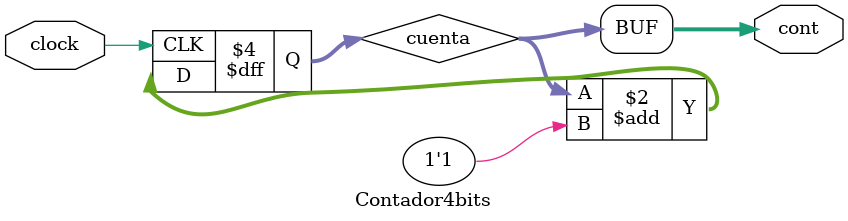
<source format=v>
`timescale 1ns / 1ps
module Contador4bits(
    input clock,
    output [3:0] cont
    );
reg [0:3] cuenta;
initial 
cuenta=4'b0;
always @(posedge clock)
begin
cuenta=cuenta+1'b1;
end
assign cont=cuenta;
endmodule

</source>
